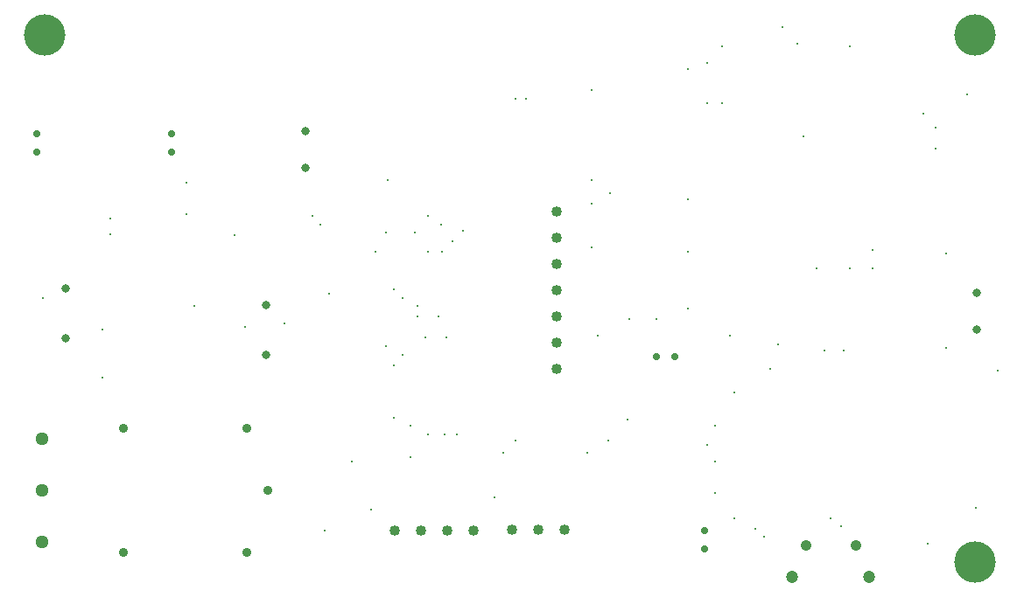
<source format=gbr>
%
M48
M72
T01C0.0118
T02C0.0280
T03C0.0320
T04C0.0354
T05C0.0400
T06C0.0413
T07C0.0472
T08C0.0512
T09C0.1575
%
T01
X12810Y3529
X14570Y4329
X13850Y6169
X16090Y6329
X16730Y7209
X17370Y7209
X17850Y7209
X16090Y7529
X15450Y7849
X15450Y9849
X15770Y10249
X15130Y10569
X16650Y10889
X17450Y10889
X17130Y11689
X16330Y11689
X16330Y12089
X15770Y12409
X15450Y12729
X14730Y14169
X15130Y14889
X16250Y14889
X16730Y15529
X17250Y15209
X17690Y14569
X18090Y14969
X17290Y14169
X16730Y14169
X12970Y12569
X11290Y11449
X9770Y11289
X7850Y12089
X4330Y11209
X2090Y12409
X4650Y14849
X4650Y15449
X7530Y15609
X7530Y16809
X9370Y14809
X12330Y15529
X12650Y15209
X15210Y16889
X20090Y20009
X20490Y20009
X22970Y20329
X26650Y21129
X27370Y21369
X27930Y22009
X30250Y22729
X30810Y22089
X32810Y22009
X35610Y19449
X36090Y18889
X36090Y18089
X37290Y20169
X31050Y18569
X27930Y19849
X27370Y19849
X22970Y16889
X23690Y16409
X22970Y16009
X22970Y14329
X26650Y14169
X26650Y16169
X31530Y13529
X32810Y13529
X33690Y13529
X33690Y14249
X36490Y14089
X36490Y10489
X38450Y9649
X32570Y10409
X31850Y10409
X30090Y10649
X29770Y9689
X28410Y8809
X27690Y7529
X27370Y6809
X27690Y6169
X27690Y4969
X28410Y4009
X29210Y3609
X29530Y3289
X32090Y4009
X32490Y3689
X35770Y3049
X37610Y4409
X28250Y10969
X26650Y12009
X25450Y11609
X24410Y11609
X23210Y10969
X24330Y7769
X23610Y6969
X22810Y6489
X20090Y6969
X19610Y6489
X19290Y4809
X4330Y9369
T02
X1850Y17959
X1850Y18659
X6990Y18659
X6990Y17959
X25440Y10169
X26140Y10169
X27290Y3519
X27290Y2819
T03
X37650Y11189
X37650Y12589
X12070Y17369
X12070Y18769
X2930Y12779
X2930Y10879
X10570Y10219
X10570Y12119
T04
X9852Y7418
X10639Y5056
X9852Y2694
X5128Y2694
X5128Y7418
T05
X15490Y3529
X16490Y3529
X17490Y3529
X18490Y3529
X19950Y3569
X20950Y3569
X21950Y3569
X21630Y9689
X21630Y10689
X21630Y11689
X21630Y12689
X21630Y13689
X21630Y14689
X21630Y15689
T06
X31134Y2971
X33044Y2971
T07
X33556Y1778
X30623Y1778
T08
X2030Y3092
X2030Y5060
X2030Y7029
T09
X2157Y22428
X37590Y22428
X37590Y2349
M30

</source>
